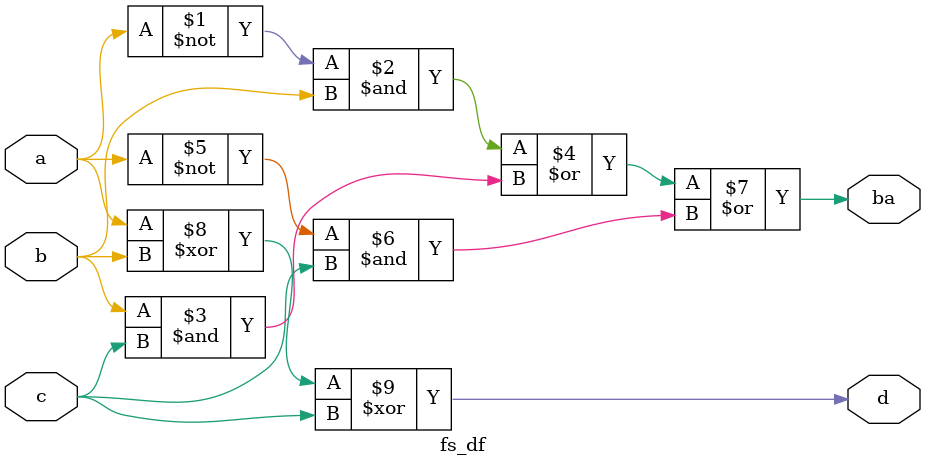
<source format=v>
`timescale 1ns / 1ps

// Author : Venu Pabbuleti 
// ID     : N180116
//Branch  : ECE
//Project : RTL design using Verilog
//Title   : Full substractor using Data Flow method
//Module  : Main Design Module
//RGUKT NUZVID 
//////////////////////////////////////////////////////////////////////////////////

module fs_df(a,b,c,ba,d);
input a,b,c;
output ba,d;

assign ba=((~a)&b)|(b&c)|((~a)&c);
assign d=a^b^c;

endmodule

</source>
